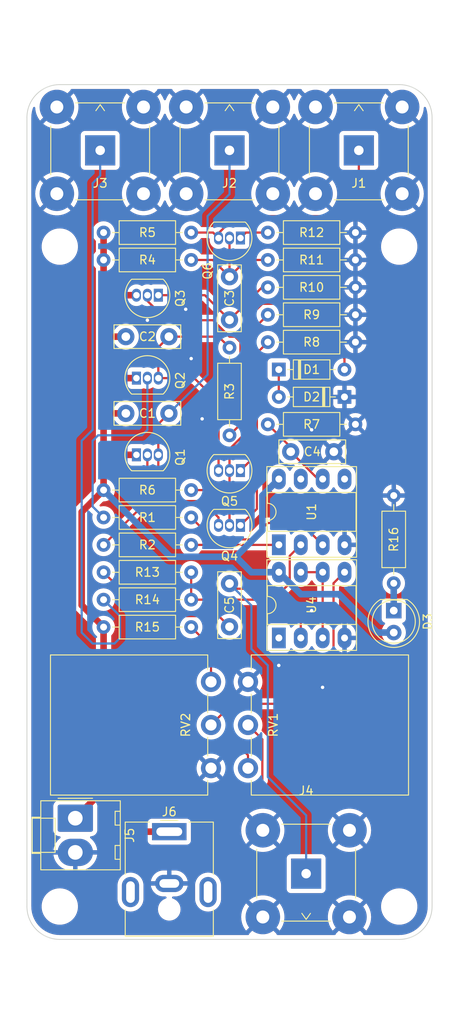
<source format=kicad_pcb>
(kicad_pcb (version 20211014) (generator pcbnew)
  (title_block (title "Enter Title On Page Setting Dialog") (rev "1") (company "Ashton Johnson"))
  (layers (0 "F.Cu" signal) (31 "B.Cu" signal) (35 "F.Paste" user) (37 "F.SilkS" user "F.Silkscreen") (39 "F.Mask" user) (44 "Edge.Cuts" user))
  (net 0 "")
  (net 1 "Y")
  (net 2 "+9V")
  (net 3 "Net-(C2-Pad1)")
  (net 4 "Net-(C3-Pad1)")
  (net 5 "Net-(C3-Pad2)")
  (net 6 "GND")
  (net 7 "Net-(C4-Pad2)")
  (net 8 "Net-(C5-Pad1)")
  (net 9 "COMP_VIDEO_IN")
  (net 10 "Net-(D1-Pad1)")
  (net 11 "Net-(D1-Pad2)")
  (net 12 "X")
  (net 13 "Z")
  (net 14 "Net-(Q1-Pad2)")
  (net 15 "Net-(Q2-Pad2)")
  (net 16 "Net-(Q3-Pad2)")
  (net 17 "Net-(Q4-Pad1)")
  (net 18 "Net-(Q5-Pad1)")
  (net 19 "Net-(Q6-Pad1)")
  (net 20 "Net-(R1-Pad2)")
  (net 21 "Net-(R2-Pad1)")
  (net 22 "Net-(R13-Pad1)")
  (net 23 "Net-(R13-Pad2)")
  (net 24 "Net-(R15-Pad2)")
  (net 25 "Net-(RV2-Pad2)")
  (net 28 "Net-(U2-Pad3)")
  (net 29 "Net-(D3-Pad1)")
  (footprint "Mounting_Holes:MountingHole_3.2mm_M3_ISO7380" (layer "F.Cu") (at 110.315001 111.155)
    (fp_text reference "MK1" hide)
    (fp_text value "MountingHole_Pad")
    (pad "" np_thru_hole circle locked (at 0 0) (size 3.2 3.2) (drill 3.2) (layers *.Cu *.Mask))
  )
  (footprint "Mounting_Holes:MountingHole_3.2mm_M3_ISO7380" (layer "F.Cu") (at 149.685 111.155)
    (fp_text reference "MK2" hide)
    (fp_text value "MountingHole_Pad")
    (pad "" np_thru_hole circle locked (at 0 0) (size 3.2 3.2) (drill 3.2) (layers *.Cu *.Mask))
  )
  (footprint "Mounting_Holes:MountingHole_3.2mm_M3_ISO7380" (layer "F.Cu") (at 110.315 187.63)
    (fp_text reference "MK3" hide)
    (fp_text value "MountingHole_Pad")
    (pad "" np_thru_hole circle locked (at 0 0) (size 3.2 3.2) (drill 3.2) (layers *.Cu *.Mask))
  )
  (footprint "Mounting_Holes:MountingHole_3.2mm_M3_ISO7380" (layer "F.Cu") (at 149.684999 187.63)
    (fp_text reference "MK4" hide)
    (fp_text value "MountingHole_Pad")
    (pad "" np_thru_hole circle locked (at 0 0) (size 3.2 3.2) (drill 3.2) (layers *.Cu *.Mask))
  )
  (footprint "Potentiometer_THT:Potentiometer_Piher_PC-16_Single_Vertical" (layer "F.Cu") (at 132.145 171.595)
    (fp_text reference "RV1" (at 2.935 -5 90) (layer "F.SilkS"))
    (fp_text value "1k")
    (pad "1" thru_hole circle (at 0 0) (size 2.34 2.34) (drill 1.3) (layers *.Cu *.Mask) (net 8 "Net-(C5-Pad1)"))
    (pad "2" thru_hole circle (at 0 -5) (size 2.34 2.34) (drill 1.3) (layers *.Cu *.Mask) (net 22 "Net-(R13-Pad1)"))
    (pad "3" thru_hole circle (at 0 -10) (size 2.34 2.34) (drill 1.3) (layers *.Cu *.Mask) (net 6 "GND"))
  )
  (footprint "Package_TO_SOT_THT:TO-92_Inline" (layer "F.Cu") (at 131.27 110.16 180)
    (fp_text reference "Q6" (at 3.81 -3.81 90) (layer "F.SilkS"))
    (fp_text value "2N3904")
    (pad "1" thru_hole rect (at 0 0 180) (size 1.05 1.5) (drill 0.75) (layers *.Cu *.Mask) (net 19 "Net-(Q6-Pad1)"))
    (pad "2" thru_hole oval (at 1.27 0 180) (size 1.05 1.5) (drill 0.75) (layers *.Cu *.Mask) (net 5 "Net-(C3-Pad2)"))
    (pad "3" thru_hole oval (at 2.54 0 180) (size 1.05 1.5) (drill 0.75) (layers *.Cu *.Mask) (net 12 "X"))
  )
  (footprint "Resistor_THT:R_Axial_DIN0207_L6.3mm_D2.5mm_P10.16mm_Horizontal" (layer "F.Cu") (at 134.445 122.225)
    (fp_text reference "R8" (at 5.08 0) (layer "F.SilkS"))
    (fp_text value "68k")
    (pad "1" thru_hole circle (at 0 0) (size 1.6 1.6) (drill 0.8) (layers *.Cu *.Mask) (net 17 "Net-(Q4-Pad1)"))
    (pad "2" thru_hole oval (at 10.16 0) (size 1.6 1.6) (drill 0.8) (layers *.Cu *.Mask) (net 6 "GND"))
  )
  (footprint "Resistor_THT:R_Axial_DIN0207_L6.3mm_D2.5mm_P10.16mm_Horizontal" (layer "F.Cu") (at 125.555 152.07 180)
    (fp_text reference "R14" (at 5.08 0) (layer "F.SilkS"))
    (fp_text value "4.7k")
    (pad "1" thru_hole circle (at 0 0 180) (size 1.6 1.6) (drill 0.8) (layers *.Cu *.Mask) (net 23 "Net-(R13-Pad2)"))
    (pad "2" thru_hole oval (at 10.16 0 180) (size 1.6 1.6) (drill 0.8) (layers *.Cu *.Mask) (net 13 "Z"))
  )
  (footprint "Resistor_THT:R_Axial_DIN0207_L6.3mm_D2.5mm_P10.16mm_Horizontal" (layer "F.Cu") (at 115.395 109.525)
    (fp_text reference "R5" (at 5.08 0) (layer "F.SilkS"))
    (fp_text value "2.2k")
    (pad "1" thru_hole circle (at 0 0) (size 1.6 1.6) (drill 0.8) (layers *.Cu *.Mask) (net 2 "+9V"))
    (pad "2" thru_hole oval (at 10.16 0) (size 1.6 1.6) (drill 0.8) (layers *.Cu *.Mask) (net 12 "X"))
  )
  (footprint "Capacitor_THT:C_Disc_D7.5mm_W2.5mm_P5.00mm" (layer "F.Cu") (at 130 119.645 90)
    (fp_text reference "C3" (at 2.5 0 90) (layer "F.SilkS"))
    (fp_text value "0.1u")
    (pad "1" thru_hole circle (at 0 0 90) (size 2 2) (drill 1) (layers *.Cu *.Mask) (net 4 "Net-(C3-Pad1)"))
    (pad "2" thru_hole circle (at 5 0 90) (size 2 2) (drill 1) (layers *.Cu *.Mask) (net 5 "Net-(C3-Pad2)"))
  )
  (footprint "Resistor_THT:R_Axial_DIN0207_L6.3mm_D2.5mm_P10.16mm_Horizontal" (layer "F.Cu") (at 115.395 139.37)
    (fp_text reference "R6" (at 5.08 0) (layer "F.SilkS"))
    (fp_text value "3.3k")
    (pad "1" thru_hole circle (at 0 0) (size 1.6 1.6) (drill 0.8) (layers *.Cu *.Mask) (net 2 "+9V"))
    (pad "2" thru_hole oval (at 10.16 0) (size 1.6 1.6) (drill 0.8) (layers *.Cu *.Mask) (net 11 "Net-(D1-Pad2)"))
  )
  (footprint "Resistor_THT:R_Axial_DIN0207_L6.3mm_D2.5mm_P10.16mm_Horizontal" (layer "F.Cu") (at 130 133.02 90)
    (fp_text reference "R3" (at 5.08 0 90) (layer "F.SilkS"))
    (fp_text value "180")
    (pad "1" thru_hole circle (at 0 0 90) (size 1.6 1.6) (drill 0.8) (layers *.Cu *.Mask) (net 16 "Net-(Q3-Pad2)"))
    (pad "2" thru_hole oval (at 10.16 0 90) (size 1.6 1.6) (drill 0.8) (layers *.Cu *.Mask) (net 3 "Net-(C2-Pad1)"))
  )
  (footprint "Diode_THT:D_DO-35_SOD27_P7.62mm_Horizontal" (layer "F.Cu") (at 143.335 128.575 180)
    (fp_text reference "D2" (at 3.81 0) (layer "F.SilkS"))
    (fp_text value "1N4148")
    (pad "1" thru_hole rect (at 0 0 180) (size 1.6 1.6) (drill 0.8) (layers *.Cu *.Mask) (net 6 "GND"))
    (pad "2" thru_hole oval (at 7.62 0 180) (size 1.6 1.6) (drill 0.8) (layers *.Cu *.Mask) (net 10 "Net-(D1-Pad1)"))
  )
  (footprint "Connector_Coaxial:BNC_TEConnectivity_1478035_Horizontal" (layer "F.Cu") (at 115 100)
    (fp_text reference "J3" (at 0 3.81) (layer "F.SilkS"))
    (fp_text value "Conn_Coaxial_Power")
    (pad "1" thru_hole rect (at 0 0) (size 3.5 3.5) (drill 1.1) (layers *.Cu *.Mask) (net 13 "Z"))
    (pad "2" thru_hole circle (at 5.025 -5.025) (size 4 4) (drill 1.5) (layers *.Cu *.Mask) (net 6 "GND"))
    (pad "2" thru_hole circle (at -5.025 5.025) (size 4 4) (drill 1.5) (layers *.Cu *.Mask) (net 6 "GND"))
    (pad "2" thru_hole circle (at -5.025 -5.025) (size 4 4) (drill 1.5) (layers *.Cu *.Mask) (net 6 "GND"))
    (pad "2" thru_hole circle (at 5.025 5.025) (size 4 4) (drill 1.5) (layers *.Cu *.Mask) (net 6 "GND"))
  )
  (footprint "Resistor_THT:R_Axial_DIN0207_L6.3mm_D2.5mm_P10.16mm_Horizontal" (layer "F.Cu") (at 134.445 115.875)
    (fp_text reference "R10" (at 5.08 0) (layer "F.SilkS"))
    (fp_text value "3.3k")
    (pad "1" thru_hole circle (at 0 0) (size 1.6 1.6) (drill 0.8) (layers *.Cu *.Mask) (net 4 "Net-(C3-Pad1)"))
    (pad "2" thru_hole oval (at 10.16 0) (size 1.6 1.6) (drill 0.8) (layers *.Cu *.Mask) (net 6 "GND"))
  )
  (footprint "Capacitor_THT:C_Disc_D7.5mm_W2.5mm_P5.00mm" (layer "F.Cu") (at 142.1 134.925 180)
    (fp_text reference "C4" (at 2.5 0) (layer "F.SilkS"))
    (fp_text value "0.1u")
    (pad "1" thru_hole circle (at 0 0 180) (size 2 2) (drill 1) (layers *.Cu *.Mask) (net 6 "GND"))
    (pad "2" thru_hole circle (at 5 0 180) (size 2 2) (drill 1) (layers *.Cu *.Mask) (net 7 "Net-(C4-Pad2)"))
  )
  (footprint "Resistor_THT:R_Axial_DIN0207_L6.3mm_D2.5mm_P10.16mm_Horizontal" (layer "F.Cu") (at 115.395 112.7)
    (fp_text reference "R4" (at 5.08 0) (layer "F.SilkS"))
    (fp_text value "5.6k")
    (pad "1" thru_hole circle (at 0 0) (size 1.6 1.6) (drill 0.8) (layers *.Cu *.Mask) (net 2 "+9V"))
    (pad "2" thru_hole oval (at 10.16 0) (size 1.6 1.6) (drill 0.8) (layers *.Cu *.Mask) (net 5 "Net-(C3-Pad2)"))
  )
  (footprint "Connector_Molex:Molex_KK-396_A-41791-0002_1x02_P3.96mm_Vertical" (layer "F.Cu") (at 112.115 177.395 -90)
    (fp_text reference "J5" (at 1.98 -6.31 90) (layer "F.SilkS"))
    (fp_text value "Conn_01x02")
    (pad "1" thru_hole roundrect (at 0 0 270) (size 3.16 4.1) (drill 1.7) (layers *.Cu *.Mask) (roundrect_rratio 0.079114) (net 2 "+9V"))
    (pad "2" thru_hole oval (at 3.96 0 270) (size 3.16 4.1) (drill 1.7) (layers *.Cu *.Mask) (net 6 "GND"))
  )
  (footprint "Resistor_THT:R_Axial_DIN0207_L6.3mm_D2.5mm_P10.16mm_Horizontal" (layer "F.Cu") (at 115.395 142.545)
    (fp_text reference "R1" (at 5.08 0) (layer "F.SilkS"))
    (fp_text value "6.8k")
    (pad "1" thru_hole circle (at 0 0) (size 1.6 1.6) (drill 0.8) (layers *.Cu *.Mask) (net 15 "Net-(Q2-Pad2)"))
    (pad "2" thru_hole oval (at 10.16 0) (size 1.6 1.6) (drill 0.8) (layers *.Cu *.Mask) (net 20 "Net-(R1-Pad2)"))
  )
  (footprint "Resistor_THT:R_Axial_DIN0207_L6.3mm_D2.5mm_P10.16mm_Horizontal" (layer "F.Cu") (at 134.445 112.7)
    (fp_text reference "R11" (at 5.08 0) (layer "F.SilkS"))
    (fp_text value "3.3k")
    (pad "1" thru_hole circle (at 0 0) (size 1.6 1.6) (drill 0.8) (layers *.Cu *.Mask) (net 5 "Net-(C3-Pad2)"))
    (pad "2" thru_hole oval (at 10.16 0) (size 1.6 1.6) (drill 0.8) (layers *.Cu *.Mask) (net 6 "GND"))
  )
  (footprint "LED_THT:LED_D5.0mm" (layer "F.Cu") (at 149.05 153.34 -90)
    (fp_text reference "D3" (at 1.27 -3.96 90) (layer "F.SilkS"))
    (fp_text value "Indicator")
    (pad "1" thru_hole rect (at 0 0 270) (size 1.8 1.8) (drill 0.9) (layers *.Cu *.Mask) (net 29 "Net-(D3-Pad1)"))
    (pad "2" thru_hole circle (at 2.54 0 270) (size 1.8 1.8) (drill 0.9) (layers *.Cu *.Mask) (net 2 "+9V"))
  )
  (footprint "Connector_BarrelJack:BarrelJack_CUI_PJ-063AH_Horizontal" (layer "F.Cu") (at 123.015 178.955)
    (fp_text reference "J6" (at 0 -2.3) (layer "F.SilkS"))
    (fp_text value "Conn_01x02")
    (pad "" np_thru_hole circle (at 0 9) (size 1.6 1.6) (drill 1.6) (layers *.Cu *.Mask))
    (pad "1" thru_hole rect (at 0 0) (size 4 2) (drill oval 3 1) (layers *.Cu *.Mask) (net 2 "+9V"))
    (pad "2" thru_hole oval (at 0 6) (size 3.3 2) (drill oval 2.3 1) (layers *.Cu *.Mask) (net 6 "GND"))
    (pad "MP" thru_hole oval (at -4.5 7) (size 2 3.5) (drill oval 1 2.5) (layers *.Cu *.Mask))
    (pad "MP" thru_hole oval (at 4.5 7) (size 2 3.5) (drill oval 1 2.5) (layers *.Cu *.Mask))
  )
  (footprint "Resistor_THT:R_Axial_DIN0207_L6.3mm_D2.5mm_P10.16mm_Horizontal" (layer "F.Cu") (at 144.605 131.75 180)
    (fp_text reference "R7" (at 5.08 0) (layer "F.SilkS"))
    (fp_text value "680k")
    (pad "1" thru_hole circle (at 0 0 180) (size 1.6 1.6) (drill 0.8) (layers *.Cu *.Mask) (net 6 "GND"))
    (pad "2" thru_hole oval (at 10.16 0 180) (size 1.6 1.6) (drill 0.8) (layers *.Cu *.Mask) (net 7 "Net-(C4-Pad2)"))
  )
  (footprint "Package_TO_SOT_THT:TO-92_Inline" (layer "F.Cu") (at 131.27 137.105 180)
    (fp_text reference "Q5" (at 1.27 -3.56) (layer "F.SilkS"))
    (fp_text value "2N3904")
    (pad "1" thru_hole rect (at 0 0 180) (size 1.05 1.5) (drill 0.75) (layers *.Cu *.Mask) (net 18 "Net-(Q5-Pad1)"))
    (pad "2" thru_hole oval (at 1.27 0 180) (size 1.05 1.5) (drill 0.75) (layers *.Cu *.Mask) (net 11 "Net-(D1-Pad2)"))
    (pad "3" thru_hole oval (at 2.54 0 180) (size 1.05 1.5) (drill 0.75) (layers *.Cu *.Mask) (net 3 "Net-(C2-Pad1)"))
  )
  (footprint "Resistor_THT:R_Axial_DIN0207_L6.3mm_D2.5mm_P10.16mm_Horizontal" (layer "F.Cu") (at 134.445 119.05)
    (fp_text reference "R9" (at 5.08 0) (layer "F.SilkS"))
    (fp_text value "680")
    (pad "1" thru_hole circle (at 0 0) (size 1.6 1.6) (drill 0.8) (layers *.Cu *.Mask) (net 18 "Net-(Q5-Pad1)"))
    (pad "2" thru_hole oval (at 10.16 0) (size 1.6 1.6) (drill 0.8) (layers *.Cu *.Mask) (net 6 "GND"))
  )
  (footprint "Resistor_THT:R_Axial_DIN0207_L6.3mm_D2.5mm_P10.16mm_Horizontal" (layer "F.Cu") (at 115.395 155.245)
    (fp_text reference "R15" (at 5.08 0) (layer "F.SilkS"))
    (fp_text value "68k")
    (pad "1" thru_hole circle (at 0 0) (size 1.6 1.6) (drill 0.8) (layers *.Cu *.Mask) (net 2 "+9V"))
    (pad "2" thru_hole oval (at 10.16 0) (size 1.6 1.6) (drill 0.8) (layers *.Cu *.Mask) (net 24 "Net-(R15-Pad2)"))
  )
  (footprint "Capacitor_THT:C_Disc_D7.5mm_W2.5mm_P5.00mm" (layer "F.Cu") (at 122.975 121.59 180)
    (fp_text reference "C2" (at 2.5 0) (layer "F.SilkS"))
    (fp_text value "22n")
    (pad "1" thru_hole circle (at 0 0 180) (size 2 2) (drill 1) (layers *.Cu *.Mask) (net 3 "Net-(C2-Pad1)"))
    (pad "2" thru_hole circle (at 5 0 180) (size 2 2) (drill 1) (layers *.Cu *.Mask) (net 2 "+9V"))
  )
  (footprint "Package_TO_SOT_THT:TO-92_Inline" (layer "F.Cu") (at 119.205 126.395)
    (fp_text reference "Q2" (at 5.08 0.275 90) (layer "F.SilkS"))
    (fp_text value "2N3906")
    (pad "1" thru_hole rect (at 0 0) (size 1.05 1.5) (drill 0.75) (layers *.Cu *.Mask) (net 2 "+9V"))
    (pad "2" thru_hole oval (at 1.27 0) (size 1.05 1.5) (drill 0.75) (layers *.Cu *.Mask) (net 15 "Net-(Q2-Pad2)"))
    (pad "3" thru_hole oval (at 2.54 0) (size 1.05 1.5) (drill 0.75) (layers *.Cu *.Mask) (net 3 "Net-(C2-Pad1)"))
  )
  (footprint "Resistor_THT:R_Axial_DIN0207_L6.3mm_D2.5mm_P10.16mm_Horizontal" (layer "F.Cu") (at 115.395 148.895)
    (fp_text reference "R13" (at 5.08 0) (layer "F.SilkS"))
    (fp_text value "2.2k")
    (pad "1" thru_hole circle (at 0 0) (size 1.6 1.6) (drill 0.8) (layers *.Cu *.Mask) (net 22 "Net-(R13-Pad1)"))
    (pad "2" thru_hole oval (at 10.16 0) (size 1.6 1.6) (drill 0.8) (layers *.Cu *.Mask) (net 23 "Net-(R13-Pad2)"))
  )
  (footprint "Connector_Coaxial:BNC_TEConnectivity_1478035_Horizontal" (layer "F.Cu") (at 130 100)
    (fp_text reference "J2" (at 0 3.81) (layer "F.SilkS"))
    (fp_text value "Conn_Coaxial_Power")
    (pad "1" thru_hole rect (at 0 0) (size 3.5 3.5) (drill 1.1) (layers *.Cu *.Mask) (net 1 "Y"))
    (pad "2" thru_hole circle (at -5.025 -5.025) (size 4 4) (drill 1.5) (layers *.Cu *.Mask) (net 6 "GND"))
    (pad "2" thru_hole circle (at 5.025 5.025) (size 4 4) (drill 1.5) (layers *.Cu *.Mask) (net 6 "GND"))
    (pad "2" thru_hole circle (at 5.025 -5.025) (size 4 4) (drill 1.5) (layers *.Cu *.Mask) (net 6 "GND"))
    (pad "2" thru_hole circle (at -5.025 5.025) (size 4 4) (drill 1.5) (layers *.Cu *.Mask) (net 6 "GND"))
  )
  (footprint "Connector_Coaxial:BNC_TEConnectivity_1478035_Horizontal" (layer "F.Cu") (at 138.89 183.82 180)
    (fp_text reference "J4" (at 0 9.605) (layer "F.SilkS"))
    (fp_text value "Conn_Coaxial_Power")
    (pad "1" thru_hole rect (at 0 0 180) (size 3.5 3.5) (drill 1.1) (layers *.Cu *.Mask) (net 9 "COMP_VIDEO_IN"))
    (pad "2" thru_hole circle (at -5.025 5.025 180) (size 4 4) (drill 1.5) (layers *.Cu *.Mask) (net 6 "GND"))
    (pad "2" thru_hole circle (at 5.025 5.025 180) (size 4 4) (drill 1.5) (layers *.Cu *.Mask) (net 6 "GND"))
    (pad "2" thru_hole circle (at 5.025 -5.025 180) (size 4 4) (drill 1.5) (layers *.Cu *.Mask) (net 6 "GND"))
    (pad "2" thru_hole circle (at -5.025 -5.025 180) (size 4 4) (drill 1.5) (layers *.Cu *.Mask) (net 6 "GND"))
  )
  (footprint "Capacitor_THT:C_Disc_D7.5mm_W2.5mm_P5.00mm" (layer "F.Cu") (at 122.975 130.48 180)
    (fp_text reference "C1" (at 2.5 0) (layer "F.SilkS"))
    (fp_text value "100n")
    (pad "1" thru_hole circle (at 0 0 180) (size 2 2) (drill 1) (layers *.Cu *.Mask) (net 1 "Y"))
    (pad "2" thru_hole circle (at 5 0 180) (size 2 2) (drill 1) (layers *.Cu *.Mask) (net 2 "+9V"))
  )
  (footprint "Potentiometer_THT:Potentiometer_Piher_PC-16_Single_Vertical" (layer "F.Cu") (at 127.855 161.595 180)
    (fp_text reference "RV2" (at 2.935 -5 90) (layer "F.SilkS"))
    (fp_text value "10k")
    (pad "1" thru_hole circle (at 0 0 180) (size 2.34 2.34) (drill 1.3) (layers *.Cu *.Mask) (net 24 "Net-(R15-Pad2)"))
    (pad "2" thru_hole circle (at 0 -5 180) (size 2.34 2.34) (drill 1.3) (layers *.Cu *.Mask) (net 25 "Net-(RV2-Pad2)"))
    (pad "3" thru_hole circle (at 0 -10 180) (size 2.34 2.34) (drill 1.3) (layers *.Cu *.Mask) (net 6 "GND"))
  )
  (footprint "Diode_THT:D_DO-35_SOD27_P7.62mm_Horizontal" (layer "F.Cu") (at 135.715 125.4)
    (fp_text reference "D1" (at 3.81 0) (layer "F.SilkS"))
    (fp_text value "1N4148")
    (pad "1" thru_hole rect (at 0 0) (size 1.6 1.6) (drill 0.8) (layers *.Cu *.Mask) (net 10 "Net-(D1-Pad1)"))
    (pad "2" thru_hole oval (at 7.62 0) (size 1.6 1.6) (drill 0.8) (layers *.Cu *.Mask) (net 11 "Net-(D1-Pad2)"))
  )
  (footprint "Package_DIP:DIP-8_W7.62mm_Socket_LongPads" (layer "F.Cu") (at 135.725 156.505 90)
    (fp_text reference "U4" (at 3.81 3.8 90) (layer "F.SilkS"))
    (fp_text value "AD8032")
    (pad "1" thru_hole rect (at 0.000004 0.000002 90) (size 2.4 1.6) (drill 0.8) (layers *.Cu *.Mask))
    (pad "2" thru_hole oval (at 0 2.54 90) (size 2.4 1.6) (drill 0.8) (layers *.Cu *.Mask) (net 23 "Net-(R13-Pad2)"))
    (pad "3" thru_hole oval (at 0 5.08 90) (size 2.4 1.6) (drill 0.8) (layers *.Cu *.Mask) (net 28 "Net-(U2-Pad3)"))
    (pad "4" thru_hole oval (at 0 7.62 90) (size 2.4 1.6) (drill 0.8) (layers *.Cu *.Mask) (net 6 "GND"))
    (pad "5" thru_hole oval (at 7.62 7.62 90) (size 2.4 1.6) (drill 0.8) (layers *.Cu *.Mask) (net 25 "Net-(RV2-Pad2)"))
    (pad "6" thru_hole oval (at 7.62 5.08 90) (size 2.4 1.6) (drill 0.8) (layers *.Cu *.Mask) (net 28 "Net-(U2-Pad3)"))
    (pad "7" thru_hole oval (at 7.62 2.54 90) (size 2.4 1.6) (drill 0.8) (layers *.Cu *.Mask) (net 28 "Net-(U2-Pad3)"))
    (pad "8" thru_hole oval (at 7.62 0 90) (size 2.4 1.6) (drill 0.8) (layers *.Cu *.Mask) (net 2 "+9V"))
  )
  (footprint "Package_DIP:DIP-8_W7.62mm_Socket_LongPads" (layer "F.Cu") (at 135.725 145.71 90)
    (fp_text reference "U1" (at 3.81 3.8 90) (layer "F.SilkS"))
    (fp_text value "LM1881")
    (pad "1" thru_hole rect (at 0 0 90) (size 2.4 1.6) (drill 0.8) (layers *.Cu *.Mask) (net 21 "Net-(R2-Pad1)"))
    (pad "2" thru_hole oval (at 0 2.54 90) (size 2.4 1.6) (drill 0.8) (layers *.Cu *.Mask) (net 9 "COMP_VIDEO_IN"))
    (pad "3" thru_hole oval (at 0 5.08 90) (size 2.4 1.6) (drill 0.8) (layers *.Cu *.Mask) (net 20 "Net-(R1-Pad2)"))
    (pad "4" thru_hole oval (at 0 7.62 90) (size 2.4 1.6) (drill 0.8) (layers *.Cu *.Mask) (net 6 "GND"))
    (pad "5" thru_hole oval (at 7.62 7.62 90) (size 2.4 1.6) (drill 0.8) (layers *.Cu *.Mask))
    (pad "6" thru_hole oval (at 7.62 5.08 90) (size 2.4 1.6) (drill 0.8) (layers *.Cu *.Mask) (net 7 "Net-(C4-Pad2)"))
    (pad "7" thru_hole oval (at 7.62 2.54 90) (size 2.4 1.6) (drill 0.8) (layers *.Cu *.Mask))
    (pad "8" thru_hole oval (at 7.62 0 90) (size 2.4 1.6) (drill 0.8) (layers *.Cu *.Mask) (net 2 "+9V"))
  )
  (footprint "Package_TO_SOT_THT:TO-92_Inline" (layer "F.Cu") (at 121.745 116.785 180)
    (fp_text reference "Q3" (at -2.54 -0.36 90) (layer "F.SilkS"))
    (fp_text value "2N3904")
    (pad "1" thru_hole rect (at 0 0 180) (size 1.05 1.5) (drill 0.75) (layers *.Cu *.Mask) (net 4 "Net-(C3-Pad1)"))
    (pad "2" thru_hole oval (at 1.27 0 180) (size 1.05 1.5) (drill 0.75) (layers *.Cu *.Mask) (net 16 "Net-(Q3-Pad2)"))
    (pad "3" thru_hole oval (at 2.54 0 180) (size 1.05 1.5) (drill 0.75) (layers *.Cu *.Mask) (net 2 "+9V"))
  )
  (footprint "Package_TO_SOT_THT:TO-92_Inline" (layer "F.Cu") (at 131.27 143.455 180)
    (fp_text reference "Q4" (at 1.27 -3.56) (layer "F.SilkS"))
    (fp_text value "2N3904")
    (pad "1" thru_hole rect (at 0 0 180) (size 1.05 1.5) (drill 0.75) (layers *.Cu *.Mask) (net 17 "Net-(Q4-Pad1)"))
    (pad "2" thru_hole oval (at 1.27 0 180) (size 1.05 1.5) (drill 0.75) (layers *.Cu *.Mask) (net 11 "Net-(D1-Pad2)"))
    (pad "3" thru_hole oval (at 2.54 0 180) (size 1.05 1.5) (drill 0.75) (layers *.Cu *.Mask) (net 1 "Y"))
  )
  (footprint "Resistor_THT:R_Axial_DIN0207_L6.3mm_D2.5mm_P10.16mm_Horizontal" (layer "F.Cu") (at 149.05 150.165 90)
    (fp_text reference "R16" (at 5.08 0 90) (layer "F.SilkS"))
    (fp_text value "2.4k")
    (pad "1" thru_hole circle (at 0 0 90) (size 1.6 1.6) (drill 0.8) (layers *.Cu *.Mask) (net 29 "Net-(D3-Pad1)"))
    (pad "2" thru_hole oval (at 10.16 0 90) (size 1.6 1.6) (drill 0.8) (layers *.Cu *.Mask) (net 6 "GND"))
  )
  (footprint "Capacitor_THT:C_Disc_D7.5mm_W2.5mm_P5.00mm" (layer "F.Cu") (at 130 155.205 90)
    (fp_text reference "C5" (at 2.5 0 90) (layer "F.SilkS"))
    (fp_text value "10n")
    (pad "1" thru_hole circle (at 0 0 90) (size 2 2) (drill 1) (layers *.Cu *.Mask) (net 8 "Net-(C5-Pad1)"))
    (pad "2" thru_hole circle (at 5 0 90) (size 2 2) (drill 1) (layers *.Cu *.Mask) (net 9 "COMP_VIDEO_IN"))
  )
  (footprint "Resistor_THT:R_Axial_DIN0207_L6.3mm_D2.5mm_P10.16mm_Horizontal" (layer "F.Cu") (at 125.555 145.72 180)
    (fp_text reference "R2" (at 5.08 0) (layer "F.SilkS"))
    (fp_text value "6.8k")
    (pad "1" thru_hole circle (at 0 0 180) (size 1.6 1.6) (drill 0.8) (layers *.Cu *.Mask) (net 21 "Net-(R2-Pad1)"))
    (pad "2" thru_hole oval (at 10.16 0 180) (size 1.6 1.6) (drill 0.8) (layers *.Cu *.Mask) (net 14 "Net-(Q1-Pad2)"))
  )
  (footprint "Connector_Coaxial:BNC_TEConnectivity_1478035_Horizontal" (layer "F.Cu") (at 145 100)
    (fp_text reference "J1" (at 0 3.81) (layer "F.SilkS"))
    (fp_text value "Conn_Coaxial_Power")
    (pad "1" thru_hole rect (at 0 0) (size 3.5 3.5) (drill 1.1) (layers *.Cu *.Mask) (net 12 "X"))
    (pad "2" thru_hole circle (at 5.025 -5.025) (size 4 4) (drill 1.5) (layers *.Cu *.Mask) (net 6 "GND"))
    (pad "2" thru_hole circle (at -5.025 -5.025) (size 4 4) (drill 1.5) (layers *.Cu *.Mask) (net 6 "GND"))
    (pad "2" thru_hole circle (at -5.025 5.025) (size 4 4) (drill 1.5) (layers *.Cu *.Mask) (net 6 "GND"))
    (pad "2" thru_hole circle (at 5.025 5.025) (size 4 4) (drill 1.5) (layers *.Cu *.Mask) (net 6 "GND"))
  )
  (footprint "Package_TO_SOT_THT:TO-92_Inline" (layer "F.Cu") (at 119.205 135.285)
    (fp_text reference "Q1" (at 5.08 0.275 90) (layer "F.SilkS"))
    (fp_text value "2N3906")
    (pad "1" thru_hole rect (at 0 0) (size 1.05 1.5) (drill 0.75) (layers *.Cu *.Mask) (net 2 "+9V"))
    (pad "2" thru_hole oval (at 1.27 0) (size 1.05 1.5) (drill 0.75) (layers *.Cu *.Mask) (net 14 "Net-(Q1-Pad2)"))
    (pad "3" thru_hole oval (at 2.54 0) (size 1.05 1.5) (drill 0.75) (layers *.Cu *.Mask) (net 1 "Y"))
  )
  (footprint "Resistor_THT:R_Axial_DIN0207_L6.3mm_D2.5mm_P10.16mm_Horizontal" (layer "F.Cu") (at 134.445 109.525)
    (fp_text reference "R12" (at 5.08 0) (layer "F.SilkS"))
    (fp_text value "2.2k")
    (pad "1" thru_hole circle (at 0 0) (size 1.6 1.6) (drill 0.8) (layers *.Cu *.Mask) (net 19 "Net-(Q6-Pad1)"))
    (pad "2" thru_hole oval (at 10.16 0) (size 1.6 1.6) (drill 0.8) (layers *.Cu *.Mask) (net 6 "GND"))
  )
  (gr_line (start 106.505001 186.840923) (end 106.505 187.63) (layer "Edge.Cuts") (width 0.1))
  (gr_line (start 110.315 191.44) (end 149.684999 191.44) (layer "Edge.Cuts") (width 0.1))
  (gr_arc (start 149.685 92.38) (mid 152.379077 93.495923) (end 153.495 96.19) (layer "Edge.Cuts") (width 0.1))
  (gr_line (start 153.495 109.525) (end 153.495 96.19) (layer "Edge.Cuts") (width 0.1))
  (gr_arc (start 153.494999 187.63) (mid 152.379068 190.324062) (end 149.684999 191.44) (layer "Edge.Cuts") (width 0.1))
  (gr_line (start 153.495 186.840923) (end 153.495 109.525) (layer "Edge.Cuts") (width 0.1))
  (gr_line (start 110.315001 92.38) (end 149.685 92.38) (layer "Edge.Cuts") (width 0.1))
  (gr_line (start 153.495 186.840923) (end 153.494999 187.63) (layer "Edge.Cuts") (width 0.1))
  (gr_arc (start 110.315 191.44) (mid 107.620914 190.324079) (end 106.505 187.63) (layer "Edge.Cuts") (width 0.1))
  (gr_arc (start 106.505001 96.19) (mid 107.620924 93.495923) (end 110.315001 92.38) (layer "Edge.Cuts") (width 0.1))
  (gr_line (start 106.505001 96.19) (end 106.505001 186.840923) (layer "Edge.Cuts") (width 0.1))
  (segment (start 121.745 135.285) (end 121.745 131.71) (width 0.254) (layer "F.Cu") (net 1))
  (segment (start 128.73 142.545) (end 126.825 140.64) (width 0.254) (layer "F.Cu") (net 1))
  (segment (start 123.015 140.64) (end 121.745 139.37) (width 0.254) (layer "F.Cu") (net 1))
  (segment (start 126.825 140.64) (end 123.015 140.64) (width 0.254) (layer "F.Cu") (net 1))
  (segment (start 121.745 131.71) (end 122.975 130.48) (width 0.254) (layer "F.Cu") (net 1))
  (segment (start 121.745 135.285) (end 121.745 139.37) (width 0.254) (layer "F.Cu") (net 1))
  (segment (start 128.73 143.455) (end 128.73 142.545) (width 0.254) (layer "F.Cu") (net 1))
  (segment (start 127.46 125.995) (end 122.975 130.48) (width 0.254) (layer "B.Cu") (net 1))
  (segment (start 127.46 107.62) (end 127.46 125.995) (width 0.254) (layer "B.Cu") (net 1))
  (segment (start 130 100) (end 130 105.08) (width 0.254) (layer "B.Cu") (net 1))
  (segment (start 130 105.08) (end 127.46 107.62) (width 0.254) (layer "B.Cu") (net 1))
  (segment (start 115.395 126.67) (end 115.395 130.48) (width 0.762) (layer "F.Cu") (net 2))
  (segment (start 115.395 155.245) (end 115.395 174.115) (width 0.762) (layer "F.Cu") (net 2))
  (segment (start 115.67 126.395) (end 115.395 126.67) (width 0.762) (layer "F.Cu") (net 2))
  (segment (start 115.67 116.785) (end 115.395 116.51) (width 0.762) (layer "F.Cu") (net 2))
  (segment (start 115.395 121.59) (end 115.395 126.67) (width 0.762) (layer "F.Cu") (net 2))
  (segment (start 123.015 178.955) (end 120.235 178.955) (width 0.762) (layer "F.Cu") (net 2))
  (segment (start 115.395 116.51) (end 115.395 121.59) (width 0.762) (layer "F.Cu") (net 2))
  (segment (start 115.395 109.525) (end 115.395 112.7) (width 0.762) (layer "F.Cu") (net 2))
  (segment (start 115.395 139.37) (end 112.855 141.91) (width 0.762) (layer "F.Cu") (net 2))
  (segment (start 119.205 135.285) (end 115.67 135.285) (width 0.762) (layer "F.Cu") (net 2))
  (segment (start 115.67 135.285) (end 115.395 135.56) (width 0.762) (layer "F.Cu") (net 2))
  (segment (start 112.855 152.705) (end 115.395 155.245) (width 0.762) (layer "F.Cu") (net 2))
  (segment (start 115.395 174.115) (end 112.115 177.395) (width 0.762) (layer "F.Cu") (net 2))
  (segment (start 117.975 121.59) (end 115.395 121.59) (width 0.762) (layer "F.Cu") (net 2))
  (segment (start 119.205 116.785) (end 115.67 116.785) (width 0.762) (layer "F.Cu") (net 2))
  (segment (start 115.395 112.7) (end 115.395 116.51) (width 0.762) (layer "F.Cu") (net 2))
  (segment (start 120.235 178.955) (end 115.395 174.115) (width 0.762) (layer "F.Cu") (net 2))
  (segment (start 115.395 135.56) (end 115.395 139.37) (width 0.762) (layer "F.Cu") (net 2))
  (segment (start 119.205 126.395) (end 115.67 126.395) (width 0.762) (layer "F.Cu") (net 2))
  (segment (start 117.975 130.48) (end 115.395 130.48) (width 0.762) (layer "F.Cu") (net 2))
  (segment (start 115.395 130.48) (end 115.395 135.56) (width 0.762) (layer "F.Cu") (net 2))
  (segment (start 112.855 141.91) (end 112.855 152.705) (width 0.762) (layer "F.Cu") (net 2))
  (segment (start 135.725 138.09) (end 133.81 140.005) (width 0.762) (layer "B.Cu") (net 2))
  (segment (start 135.725 148.885) (end 132.53 148.885) (width 0.762) (layer "B.Cu") (net 2))
  (segment (start 138.275 151.435) (end 142.7 151.435) (width 0.762) (layer "B.Cu") (net 2))
  (segment (start 130.745511 147.100511) (end 123.539489 147.100511) (width 0.762) (layer "B.Cu") (net 2))
  (segment (start 133.81 140.005) (end 133.81 144.036022) (width 0.762) (layer "B.Cu") (net 2))
  (segment (start 132.53 148.885) (end 130.745511 147.100511) (width 0.762) (layer "B.Cu") (net 2))
  (segment (start 135.725 148.885) (end 138.275 151.435) (width 0.762) (layer "B.Cu") (net 2))
  (segment (start 133.81 144.036022) (end 130.745511 147.100511) (width 0.762) (layer "B.Cu") (net 2))
  (segment (start 123.125511 147.100511) (end 123.539489 147.100511) (width 0.762) (layer "B.Cu") (net 2))
  (segment (start 115.395 139.37) (end 123.125511 147.100511) (width 0.762) (layer "B.Cu") (net 2))
  (segment (start 147.145 155.88) (end 149.05 155.88) (width 0.762) (layer "B.Cu") (net 2))
  (segment (start 142.7 151.435) (end 147.145 155.88) (width 0.762) (layer "B.Cu") (net 2))
  (segment (start 121.745 126.395) (end 121.745 122.82) (width 0.254) (layer "F.Cu") (net 3))
  (segment (start 121.745 126.395) (end 125.915 126.395) (width 0.254) (layer "F.Cu") (net 3))
  (segment (start 121.745 122.82) (end 122.975 121.59) (width 0.254) (layer "F.Cu") (net 3))
  (segment (start 128.73 129.21) (end 128.73 137.105) (width 0.254) (layer "F.Cu") (net 3))
  (segment (start 128.73 121.59) (end 130 122.86) (width 0.254) (layer "F.Cu") (net 3))
  (segment (start 125.915 126.395) (end 128.73 129.21) (width 0.254) (layer "F.Cu") (net 3))
  (segment (start 122.975 121.59) (end 128.73 121.59) (width 0.254) (layer "F.Cu") (net 3))
  (segment (start 130 119.645) (end 133.77 115.875) (width 0.254) (layer "F.Cu") (net 4))
  (segment (start 127.14 116.785) (end 130 119.645) (width 0.254) (layer "F.Cu") (net 4))
  (segment (start 121.745 116.785) (end 127.14 116.785) (width 0.254) (layer "F.Cu") (net 4))
  (segment (start 133.77 115.875) (end 134.445 115.875) (width 0.254) (layer "F.Cu") (net 4))
  (segment (start 130 110.16) (end 130 114.645) (width 0.254) (layer "F.Cu") (net 5))
  (segment (start 134.445 112.7) (end 131.945 112.7) (width 0.254) (layer "F.Cu") (net 5))
  (segment (start 131.945 112.7) (end 130 114.645) (width 0.254) (layer "F.Cu") (net 5))
  (segment (start 125.555 112.7) (end 128.055 112.7) (width 0.254) (layer "F.Cu") (net 5))
  (segment (start 128.055 112.7) (end 130 114.645) (width 0.254) (layer "F.Cu") (net 5))
  (via (at 120.475 119.685) (size 0.8) (drill 0.4) (layers "F.Cu" "B.Cu") (net 6))
  (via (at 124.92 118.415) (size 0.8) (drill 0.4) (layers "F.Cu" "B.Cu") (net 6))
  (via (at 135.714994 159.690003) (size 0.8) (drill 0.4) (layers "F.Cu" "B.Cu") (net 6))
  (via (at 126.825 131.115) (size 0.8) (drill 0.4) (layers "F.Cu" "B.Cu") (net 6))
  (via (at 140.795 162.23) (size 0.8) (drill 0.4) (layers "F.Cu" "B.Cu") (net 6))
  (via (at 125.555 124.13) (size 0.8) (drill 0.4) (layers "F.Cu" "B.Cu") (net 6))
  (via (at 139.525 132.385) (size 0.8) (drill 0.4) (layers "F.Cu" "B.Cu") (net 6))
  (via (at 139.525 153.34) (size 0.8) (drill 0.4) (layers "F.Cu" "B.Cu") (net 6))
  (segment (start 140.805 138.09) (end 140.265 138.09) (width 0.254) (layer "F.Cu") (net 7))
  (segment (start 134.445 131.75) (end 137.1 134.405) (width 0.254) (layer "F.Cu") (net 7))
  (segment (start 140.265 138.09) (end 137.1 134.925) (width 0.254) (layer "F.Cu") (net 7))
  (segment (start 137.1 134.405) (end 137.1 134.925) (width 0.254) (layer "F.Cu") (net 7))
  (segment (start 126.19 168.58) (end 130.635 168.58) (width 0.254) (layer "F.Cu") (net 8))
  (segment (start 130 155.205) (end 128.77 153.975) (width 0.254) (layer "F.Cu") (net 8))
  (segment (start 124.285 153.975) (end 124.10352 154.15648) (width 0.254) (layer "F.Cu") (net 8))
  (segment (start 132.145 170.09) (end 132.145 171.595) (width 0.254) (layer "F.Cu") (net 8))
  (segment (start 124.10352 154.15648) (end 124.10352 166.49352) (width 0.254) (layer "F.Cu") (net 8))
  (segment (start 124.10352 166.49352) (end 126.19 168.58) (width 0.254) (layer "F.Cu") (net 8))
  (segment (start 128.77 153.975) (end 124.285 153.975) (width 0.254) (layer "F.Cu") (net 8))
  (segment (start 130.635 168.58) (end 132.145 170.09) (width 0.254) (layer "F.Cu") (net 8))
  (segment (start 138.265 145.71) (end 136.985 146.99) (width 0.254) (layer "F.Cu") (net 9))
  (segment (start 130.595 150.8) (end 130 150.205) (width 0.254) (layer "F.Cu") (net 9))
  (segment (start 136.985 150.165) (end 136.35 150.8) (width 0.254) (layer "F.Cu") (net 9))
  (segment (start 136.985 146.99) (end 136.985 150.165) (width 0.254) (layer "F.Cu") (net 9))
  (segment (start 136.35 150.8) (end 130.595 150.8) (width 0.254) (layer "F.Cu") (net 9))
  (segment (start 130 150.205) (end 132.54 152.745) (width 0.254) (layer "B.Cu") (net 9))
  (segment (start 132.54 157.785) (end 134.445 159.69) (width 0.254) (layer "B.Cu") (net 9))
  (segment (start 132.54 152.745) (end 132.54 157.785) (width 0.254) (layer "B.Cu") (net 9))
  (segment (start 134.445 172.615184) (end 138.89 177.060184) (width 0.254) (layer "B.Cu") (net 9))
  (segment (start 134.445 159.69) (end 134.445 172.615184) (width 0.254) (layer "B.Cu") (net 9))
  (segment (start 138.89 177.060184) (end 138.89 183.82) (width 0.254) (layer "B.Cu") (net 9))
  (segment (start 135.715 125.4) (end 135.715 128.575) (width 0.254) (layer "F.Cu") (net 10))
  (segment (start 130 137.105) (end 130 143.455) (width 0.254) (layer "F.Cu") (net 11))
  (segment (start 132.08648 132.526648) (end 132.08648 119.50352) (width 0.254) (layer "F.Cu") (net 11))
  (segment (start 136.985 117.78) (end 143.335 124.13) (width 0.254) (layer "F.Cu") (net 11))
  (segment (start 132.08648 119.50352) (end 133.81 117.78) (width 0.254) (layer "F.Cu") (net 11))
  (segment (start 130 134.613128) (end 132.08648 132.526648) (width 0.254) (layer "F.Cu") (net 11))
  (segment (start 130 141.91) (end 130 143.455) (width 0.254) (layer "F.Cu") (net 11))
  (segment (start 130 137.105) (end 130 134.613128) (width 0.254) (layer "F.Cu") (net 11))
  (segment (start 125.555 139.37) (end 127.46 139.37) (width 0.254) (layer "F.Cu") (net 11))
  (segment (start 133.81 117.78) (end 136.985 117.78) (width 0.254) (layer "F.Cu") (net 11))
  (segment (start 127.46 139.37) (end 130 141.91) (width 0.254) (layer "F.Cu") (net 11))
  (segment (start 143.335 124.13) (end 143.335 125.4) (width 0.254) (layer "F.Cu") (net 11))
  (segment (start 142.7 107.62) (end 130.716 107.62) (width 0.254) (layer "F.Cu") (net 12))
  (segment (start 125.555 109.525) (end 128.095 109.525) (width 0.254) (layer "F.Cu") (net 12))
  (segment (start 130.716 107.62) (end 128.73 109.606) (width 0.254) (layer "F.Cu") (net 12))
  (segment (start 128.095 109.525) (end 128.73 110.16) (width 0.254) (layer "F.Cu") (net 12))
  (segment (start 145 105.32) (end 142.7 107.62) (width 0.254) (layer "F.Cu") (net 12))
  (segment (start 145 100) (end 145 105.32) (width 0.254) (layer "F.Cu") (net 12))
  (segment (start 128.73 109.606) (end 128.73 110.16) (width 0.254) (layer "F.Cu") (net 12))
  (segment (start 116.665 157.15) (end 117.3 156.515) (width 0.254) (layer "B.Cu") (net 13))
  (segment (start 117.3 153.975) (end 115.395 152.07) (width 0.254) (layer "B.Cu") (net 13))
  (segment (start 114.125 103.81) (end 114.125 132.385) (width 0.254) (layer "B.Cu") (net 13))
  (segment (start 112.855 133.655) (end 112.855 155.88) (width 0.254) (layer "B.Cu") (net 13))
  (segment (start 117.3 156.515) (end 117.3 153.975) (width 0.254) (layer "B.Cu") (net 13))
  (segment (start 115 100) (end 115 102.935) (width 0.254) (layer "B.Cu") (net 13))
  (segment (start 115 102.935) (end 114.125 103.81) (width 0.254) (layer "B.Cu") (net 13))
  (segment (start 114.125 132.385) (end 112.855 133.655) (width 0.254) (layer "B.Cu") (net 13))
  (segment (start 112.855 155.88) (end 114.125 157.15) (width 0.254) (layer "B.Cu") (net 13))
  (segment (start 114.125 157.15) (end 116.665 157.15) (width 0.254) (layer "B.Cu") (net 13))
  (segment (start 120.475 135.285) (end 120.475 140.64) (width 0.254) (layer "F.Cu") (net 14))
  (segment (start 120.475 140.64) (end 115.395 145.72) (width 0.254) (layer "F.Cu") (net 14))
  (segment (start 114.125 133.655) (end 114.125 141.275) (width 0.254) (layer "B.Cu") (net 15))
  (segment (start 114.76 133.02) (end 114.125 133.655) (width 0.254) (layer "B.Cu") (net 15))
  (segment (start 120.475 126.395) (end 120.475 132.385) (width 0.254) (layer "B.Cu") (net 15))
  (segment (start 119.84 133.02) (end 114.76 133.02) (width 0.254) (layer "B.Cu") (net 15))
  (segment (start 114.125 141.275) (end 115.395 142.545) (width 0.254) (layer "B.Cu") (net 15))
  (segment (start 120.475 132.385) (end 119.84 133.02) (width 0.254) (layer "B.Cu") (net 15))
  (segment (start 131.27 131.75) (end 130 133.02) (width 0.254) (layer "F.Cu") (net 16))
  (segment (start 120.475 116.785) (end 120.475 117.443022) (width 0.254) (layer "F.Cu") (net 16))
  (segment (start 130.635 121.59) (end 131.27 122.225) (width 0.254) (layer "F.Cu") (net 16))
  (segment (start 130 121.59) (end 130.635 121.59) (width 0.254) (layer "F.Cu") (net 16))
  (segment (start 120.475 117.443022) (end 122.716978 119.685) (width 0.254) (layer "F.Cu") (net 16))
  (segment (start 128.095 119.685) (end 130 121.59) (width 0.254) (layer "F.Cu") (net 16))
  (segment (start 122.716978 119.685) (end 128.095 119.685) (width 0.254) (layer "F.Cu") (net 16))
  (segment (start 131.27 122.225) (end 131.27 131.75) (width 0.254) (layer "F.Cu") (net 16))
  (segment (start 131.27 143.455) (end 133.175 141.55) (width 0.254) (layer "F.Cu") (net 17))
  (segment (start 133.175 141.55) (end 133.175 123.495) (width 0.254) (layer "F.Cu") (net 17))
  (segment (start 133.175 123.495) (end 134.445 122.225) (width 0.254) (layer "F.Cu") (net 17))
  (segment (start 132.54 135.835) (end 132.54 120.955) (width 0.254) (layer "F.Cu") (net 18))
  (segment (start 132.54 120.955) (end 134.445 119.05) (width 0.254) (layer "F.Cu") (net 18))
  (segment (start 131.27 137.105) (end 132.54 135.835) (width 0.254) (layer "F.Cu") (net 18))
  (segment (start 131.905 109.525) (end 131.27 110.16) (width 0.254) (layer "F.Cu") (net 19))
  (segment (start 134.445 109.525) (end 131.905 109.525) (width 0.254) (layer "F.Cu") (net 19))
  (segment (start 125.555 142.545) (end 128.095 145.085) (width 0.254) (layer "F.Cu") (net 20))
  (segment (start 128.095 145.085) (end 132.54 145.085) (width 0.254) (layer "F.Cu") (net 20))
  (segment (start 132.54 145.085) (end 134.445 143.18) (width 0.254) (layer "F.Cu") (net 20))
  (segment (start 138.275 143.18) (end 140.805 145.71) (width 0.254) (layer "F.Cu") (net 20))
  (segment (start 134.445 143.18) (end 138.275 143.18) (width 0.254) (layer "F.Cu") (net 20))
  (segment (start 125.555 145.72) (end 135.715 145.72) (width 0.254) (layer "F.Cu") (net 21))
  (segment (start 135.715 145.72) (end 135.725 145.71) (width 0.254) (layer "F.Cu") (net 21))
  (segment (start 130 173.025) (end 130.635 173.66) (width 0.254) (layer "F.Cu") (net 22))
  (segment (start 130 169.85) (end 130 173.025) (width 0.254) (layer "F.Cu") (net 22))
  (segment (start 133.81 173.025) (end 133.81 168.26) (width 0.254) (layer "F.Cu") (net 22))
  (segment (start 133.175 173.66) (end 133.81 173.025) (width 0.254) (layer "F.Cu") (net 22))
  (segment (start 130.635 173.66) (end 133.175 173.66) (width 0.254) (layer "F.Cu") (net 22))
  (segment (start 126.183626 169.215) (end 129.365 169.215) (width 0.254) (layer "F.Cu") (net 22))
  (segment (start 123.65 166.681374) (end 126.183626 169.215) (width 0.254) (layer "F.Cu") (net 22))
  (segment (start 133.81 168.26) (end 132.145 166.595) (width 0.254) (layer "F.Cu") (net 22))
  (segment (start 129.365 169.215) (end 130 169.85) (width 0.254) (layer "F.Cu") (net 22))
  (segment (start 115.395 148.895) (end 123.65 157.15) (width 0.254) (layer "F.Cu") (net 22))
  (segment (start 123.65 157.15) (end 123.65 166.681374) (width 0.254) (layer "F.Cu") (net 22))
  (segment (start 136.35 152.07) (end 138.265 153.985) (width 0.254) (layer "F.Cu") (net 23))
  (segment (start 138.265 153.985) (end 138.265 156.505) (width 0.254) (layer "F.Cu") (net 23))
  (segment (start 125.555 152.07) (end 136.35 152.07) (width 0.254) (layer "F.Cu") (net 23))
  (segment (start 125.555 148.895) (end 125.555 152.07) (width 0.254) (layer "F.Cu") (net 23))
  (segment (start 127.855 161.595) (end 127.855 157.545) (width 0.254) (layer "F.Cu") (net 24))
  (segment (start 127.855 157.545) (end 125.555 155.245) (width 0.254) (layer "F.Cu") (net 24))
  (segment (start 130.315 164.135) (end 135.715 164.135) (width 0.254) (layer "F.Cu") (net 25))
  (segment (start 142.065 150.165) (end 143.345 148.885) (width 0.254) (layer "F.Cu") (net 25))
  (segment (start 135.715 164.135) (end 142.065 157.785) (width 0.254) (layer "F.Cu") (net 25))
  (segment (start 142.065 157.785) (end 142.065 150.165) (width 0.254) (layer "F.Cu") (net 25))
  (segment (start 127.855 166.595) (end 130.315 164.135) (width 0.254) (layer "F.Cu") (net 25))
  (segment (start 138.265 148.885) (end 140.805 148.885) (width 0.254) (layer "F.Cu") (net 28))
  (segment (start 140.805 148.885) (end 140.805 156.505) (width 0.254) (layer "F.Cu") (net 28))
  (segment (start 149.05 153.34) (end 149.05 150.165) (width 0.762) (layer "B.Cu") (net 29))
  (zone (net 6) (net_name "GND") (layers F&B.Cu) (connect_pads (clearance 0.508)) (min_thickness 0.254) (fill yes (thermal_gap 0.508) (thermal_bridge_width 0.508))
    (polygon (pts (xy 151.59 93.015) (xy 152.86 94.285) (xy 153.495 96.19) (xy 153.495 187.63) (xy 152.86 189.535) (xy 151.59 190.805) (xy 149.685 191.44) (xy 110.315 191.44) (xy 108.41 190.805) (xy 107.14 189.535) (xy 106.505 187.63) (xy 106.505 96.19) (xy 107.14 94.285) (xy 108.41 93.015) (xy 110.315 92.38) (xy 149.685 92.38)))
  )
)
</source>
